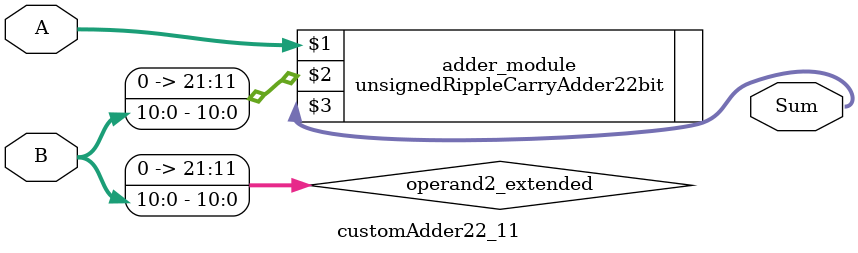
<source format=v>

module customAdder22_11(
                    input [21 : 0] A,
                    input [10 : 0] B,
                    
                    output [22 : 0] Sum
            );

    wire [21 : 0] operand2_extended;
    
    assign operand2_extended =  {11'b0, B};
    
    unsignedRippleCarryAdder22bit adder_module(
        A,
        operand2_extended,
        Sum
    );
    
endmodule
        
</source>
